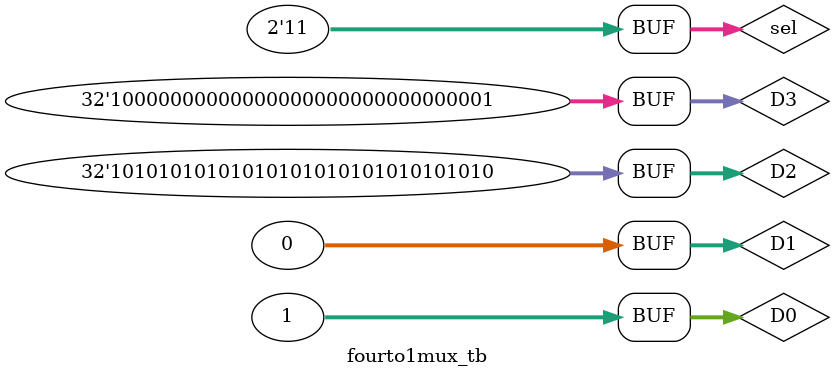
<source format=v>

`timescale 1ns/100ps
`include "4to1mux.v"

module fourto1mux_tb;
  parameter n =32;
  reg [1:0] sel;
  reg [n-1:0] D0, D1, D2, D3;
  wire [n-1:0] out;
  
  fourto1mux uut (.sel(sel), .D0(D0), .D1(D1), .D2(D2), .D3(D3), .out(out));
  initial
    begin 
      //$dumpfile("dump.vcd"); $dumpvars(1, tb_Adder4bit);
      $monitor(" select=%b, D0=%b, D1=%b, D2=%b, D3=%b, output =%b",sel,D0,D1, D2, D3, out);
    end

integer i;
  
  initial 
    begin
      //testing a few of them
      sel= 2'b0;  
      D0 = 32'b0;
      D1 = 32'b1;
      D2 = 32'b10101010101010101010101010101010;
      D3 = 32'b10000000000000000000000000000001;
      #10;
      sel= 2'b01;  
      D0 = 32'b0;
      D1 = 32'b1;  
      D2 = 32'b10101010101010101010101010101010;
      D3 = 32'b10000000000000000000000000000001;
      #10;
      sel= 2'b10;  
      D0 = 32'b0;
      D1 = 32'b1; 
      D2 = 32'b10101010101010101010101010101010;
      D3 = 32'b10000000000000000000000000000001; 
      #10; 
      sel= 2'b11;  
      D0 = 32'b1;
      D1 = 32'b0; 
      D2 = 32'b10101010101010101010101010101010;
      D3 = 32'b10000000000000000000000000000001; 
      #10;
    end

endmodule




</source>
